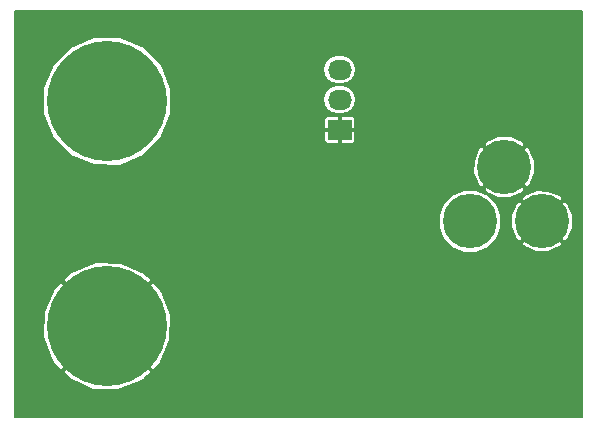
<source format=gbl>
G04 #@! TF.FileFunction,Copper,L2,Bot,Signal*
%FSLAX46Y46*%
G04 Gerber Fmt 4.6, Leading zero omitted, Abs format (unit mm)*
G04 Created by KiCad (PCBNEW (after 2015-mar-04 BZR unknown)-product) date 2/8/2016 12:34:12 PM*
%MOMM*%
G01*
G04 APERTURE LIST*
%ADD10C,0.150000*%
%ADD11C,4.600000*%
%ADD12C,10.160000*%
%ADD13R,2.032000X1.727200*%
%ADD14O,2.032000X1.727200*%
%ADD15C,0.889000*%
%ADD16C,0.203200*%
G04 APERTURE END LIST*
D10*
D11*
X45085000Y-24765000D03*
X38985000Y-24765000D03*
X41885000Y-20165000D03*
D12*
X8255000Y-14605000D03*
X8255000Y-33655000D03*
D13*
X27940000Y-17018000D03*
D14*
X27940000Y-14478000D03*
X27940000Y-11938000D03*
D15*
X32004000Y-27940000D03*
X34798000Y-29972000D03*
X25400000Y-12954000D03*
X12192000Y-25654000D03*
X6350000Y-24892000D03*
X30734000Y-28956000D03*
X18034000Y-28956000D03*
D16*
G36*
X48504700Y-41300400D02*
X47692757Y-41300400D01*
X47692757Y-24261964D01*
X47301750Y-23302310D01*
X47284663Y-23276738D01*
X46970853Y-23004871D01*
X46845129Y-23130595D01*
X46845129Y-22879147D01*
X46573262Y-22565337D01*
X45618201Y-22163243D01*
X44581964Y-22157243D01*
X44492757Y-22193590D01*
X44492757Y-19661964D01*
X44101750Y-18702310D01*
X44084663Y-18676738D01*
X43770853Y-18404871D01*
X43645129Y-18530595D01*
X43645129Y-18279147D01*
X43373262Y-17965337D01*
X42418201Y-17563243D01*
X41381964Y-17557243D01*
X40422310Y-17948250D01*
X40396738Y-17965337D01*
X40124871Y-18279147D01*
X41885000Y-20039276D01*
X43645129Y-18279147D01*
X43645129Y-18530595D01*
X42010724Y-20165000D01*
X43770853Y-21925129D01*
X44084663Y-21653262D01*
X44486757Y-20698201D01*
X44492757Y-19661964D01*
X44492757Y-22193590D01*
X43645129Y-22538952D01*
X43645129Y-22050853D01*
X41885000Y-20290724D01*
X41759276Y-20416448D01*
X41759276Y-20165000D01*
X39999147Y-18404871D01*
X39685337Y-18676738D01*
X39283243Y-19631799D01*
X39277243Y-20668036D01*
X39668250Y-21627690D01*
X39685337Y-21653262D01*
X39999147Y-21925129D01*
X41759276Y-20165000D01*
X41759276Y-20416448D01*
X40124871Y-22050853D01*
X40396738Y-22364663D01*
X41351799Y-22766757D01*
X42388036Y-22772757D01*
X43347690Y-22381750D01*
X43373262Y-22364663D01*
X43645129Y-22050853D01*
X43645129Y-22538952D01*
X43622310Y-22548250D01*
X43596738Y-22565337D01*
X43324871Y-22879147D01*
X45085000Y-24639276D01*
X46845129Y-22879147D01*
X46845129Y-23130595D01*
X45210724Y-24765000D01*
X46970853Y-26525129D01*
X47284663Y-26253262D01*
X47686757Y-25298201D01*
X47692757Y-24261964D01*
X47692757Y-41300400D01*
X46845129Y-41300400D01*
X46845129Y-26650853D01*
X45085000Y-24890724D01*
X44959276Y-25016448D01*
X44959276Y-24765000D01*
X43199147Y-23004871D01*
X42885337Y-23276738D01*
X42483243Y-24231799D01*
X42477243Y-25268036D01*
X42868250Y-26227690D01*
X42885337Y-26253262D01*
X43199147Y-26525129D01*
X44959276Y-24765000D01*
X44959276Y-25016448D01*
X43324871Y-26650853D01*
X43596738Y-26964663D01*
X44551799Y-27366757D01*
X45588036Y-27372757D01*
X46547690Y-26981750D01*
X46573262Y-26964663D01*
X46845129Y-26650853D01*
X46845129Y-41300400D01*
X41641060Y-41300400D01*
X41641060Y-24239086D01*
X41237621Y-23262689D01*
X40491240Y-22515005D01*
X39515549Y-22109862D01*
X38459086Y-22108940D01*
X37482689Y-22512379D01*
X36735005Y-23258760D01*
X36329862Y-24234451D01*
X36328940Y-25290914D01*
X36732379Y-26267311D01*
X37478760Y-27014995D01*
X38454451Y-27420138D01*
X39510914Y-27421060D01*
X40487311Y-27017621D01*
X41234995Y-26271240D01*
X41640138Y-25295549D01*
X41641060Y-24239086D01*
X41641060Y-41300400D01*
X29338471Y-41300400D01*
X29338471Y-14478000D01*
X29338471Y-11938000D01*
X29245665Y-11471432D01*
X28981376Y-11075895D01*
X28585839Y-10811606D01*
X28119271Y-10718800D01*
X27760729Y-10718800D01*
X27294161Y-10811606D01*
X26898624Y-11075895D01*
X26634335Y-11471432D01*
X26541529Y-11938000D01*
X26634335Y-12404568D01*
X26898624Y-12800105D01*
X27294161Y-13064394D01*
X27760729Y-13157200D01*
X28119271Y-13157200D01*
X28585839Y-13064394D01*
X28981376Y-12800105D01*
X29245665Y-12404568D01*
X29338471Y-11938000D01*
X29338471Y-14478000D01*
X29245665Y-14011432D01*
X28981376Y-13615895D01*
X28585839Y-13351606D01*
X28119271Y-13258800D01*
X27760729Y-13258800D01*
X27294161Y-13351606D01*
X26898624Y-13615895D01*
X26634335Y-14011432D01*
X26541529Y-14478000D01*
X26634335Y-14944568D01*
X26898624Y-15340105D01*
X27294161Y-15604394D01*
X27760729Y-15697200D01*
X28119271Y-15697200D01*
X28585839Y-15604394D01*
X28981376Y-15340105D01*
X29245665Y-14944568D01*
X29338471Y-14478000D01*
X29338471Y-41300400D01*
X29260800Y-41300400D01*
X29260800Y-17942229D01*
X29260800Y-17820972D01*
X29260800Y-17183100D01*
X29260800Y-16852900D01*
X29260800Y-16215028D01*
X29260800Y-16093771D01*
X29214397Y-15981744D01*
X29128655Y-15896003D01*
X29016628Y-15849600D01*
X28105100Y-15849600D01*
X28028900Y-15925800D01*
X28028900Y-16929100D01*
X29184600Y-16929100D01*
X29260800Y-16852900D01*
X29260800Y-17183100D01*
X29184600Y-17106900D01*
X28028900Y-17106900D01*
X28028900Y-18110200D01*
X28105100Y-18186400D01*
X29016628Y-18186400D01*
X29128655Y-18139997D01*
X29214397Y-18054256D01*
X29260800Y-17942229D01*
X29260800Y-41300400D01*
X27851100Y-41300400D01*
X27851100Y-18110200D01*
X27851100Y-17106900D01*
X27851100Y-16929100D01*
X27851100Y-15925800D01*
X27774900Y-15849600D01*
X26863372Y-15849600D01*
X26751345Y-15896003D01*
X26665603Y-15981744D01*
X26619200Y-16093771D01*
X26619200Y-16215028D01*
X26619200Y-16852900D01*
X26695400Y-16929100D01*
X27851100Y-16929100D01*
X27851100Y-17106900D01*
X26695400Y-17106900D01*
X26619200Y-17183100D01*
X26619200Y-17820972D01*
X26619200Y-17942229D01*
X26665603Y-18054256D01*
X26751345Y-18139997D01*
X26863372Y-18186400D01*
X27774900Y-18186400D01*
X27851100Y-18110200D01*
X27851100Y-41300400D01*
X13691542Y-41300400D01*
X13691542Y-13528536D01*
X12865765Y-11530002D01*
X11338040Y-9999609D01*
X9340951Y-9170345D01*
X7178536Y-9168458D01*
X5180002Y-9994235D01*
X3649609Y-11521960D01*
X2820345Y-13519049D01*
X2818458Y-15681464D01*
X3644235Y-17679998D01*
X5171960Y-19210391D01*
X7169049Y-20039655D01*
X9331464Y-20041542D01*
X11329998Y-19215765D01*
X12860391Y-17688040D01*
X13689655Y-15690951D01*
X13691542Y-13528536D01*
X13691542Y-41300400D01*
X13663081Y-41300400D01*
X13663081Y-32708436D01*
X12889181Y-30710906D01*
X12748413Y-30500231D01*
X12145688Y-29890035D01*
X12019965Y-30015758D01*
X12019965Y-29764312D01*
X11409769Y-29161587D01*
X9450072Y-28296350D01*
X7308436Y-28246919D01*
X5310906Y-29020819D01*
X5100231Y-29161587D01*
X4490035Y-29764312D01*
X8255000Y-33529276D01*
X12019965Y-29764312D01*
X12019965Y-30015758D01*
X8380724Y-33655000D01*
X12145688Y-37419965D01*
X12748413Y-36809769D01*
X13613650Y-34850072D01*
X13663081Y-32708436D01*
X13663081Y-41300400D01*
X12019965Y-41300400D01*
X12019965Y-37545688D01*
X8255000Y-33780724D01*
X8129276Y-33906447D01*
X8129276Y-33655000D01*
X4364312Y-29890035D01*
X3761587Y-30500231D01*
X2896350Y-32459928D01*
X2846919Y-34601564D01*
X3620819Y-36599094D01*
X3761587Y-36809769D01*
X4364312Y-37419965D01*
X8129276Y-33655000D01*
X8129276Y-33906447D01*
X4490035Y-37545688D01*
X5100231Y-38148413D01*
X7059928Y-39013650D01*
X9201564Y-39063081D01*
X11199094Y-38289181D01*
X11409769Y-38148413D01*
X12019965Y-37545688D01*
X12019965Y-41300400D01*
X495300Y-41300400D01*
X495300Y-6959600D01*
X48504700Y-6959600D01*
X48504700Y-41300400D01*
X48504700Y-41300400D01*
G37*
X48504700Y-41300400D02*
X47692757Y-41300400D01*
X47692757Y-24261964D01*
X47301750Y-23302310D01*
X47284663Y-23276738D01*
X46970853Y-23004871D01*
X46845129Y-23130595D01*
X46845129Y-22879147D01*
X46573262Y-22565337D01*
X45618201Y-22163243D01*
X44581964Y-22157243D01*
X44492757Y-22193590D01*
X44492757Y-19661964D01*
X44101750Y-18702310D01*
X44084663Y-18676738D01*
X43770853Y-18404871D01*
X43645129Y-18530595D01*
X43645129Y-18279147D01*
X43373262Y-17965337D01*
X42418201Y-17563243D01*
X41381964Y-17557243D01*
X40422310Y-17948250D01*
X40396738Y-17965337D01*
X40124871Y-18279147D01*
X41885000Y-20039276D01*
X43645129Y-18279147D01*
X43645129Y-18530595D01*
X42010724Y-20165000D01*
X43770853Y-21925129D01*
X44084663Y-21653262D01*
X44486757Y-20698201D01*
X44492757Y-19661964D01*
X44492757Y-22193590D01*
X43645129Y-22538952D01*
X43645129Y-22050853D01*
X41885000Y-20290724D01*
X41759276Y-20416448D01*
X41759276Y-20165000D01*
X39999147Y-18404871D01*
X39685337Y-18676738D01*
X39283243Y-19631799D01*
X39277243Y-20668036D01*
X39668250Y-21627690D01*
X39685337Y-21653262D01*
X39999147Y-21925129D01*
X41759276Y-20165000D01*
X41759276Y-20416448D01*
X40124871Y-22050853D01*
X40396738Y-22364663D01*
X41351799Y-22766757D01*
X42388036Y-22772757D01*
X43347690Y-22381750D01*
X43373262Y-22364663D01*
X43645129Y-22050853D01*
X43645129Y-22538952D01*
X43622310Y-22548250D01*
X43596738Y-22565337D01*
X43324871Y-22879147D01*
X45085000Y-24639276D01*
X46845129Y-22879147D01*
X46845129Y-23130595D01*
X45210724Y-24765000D01*
X46970853Y-26525129D01*
X47284663Y-26253262D01*
X47686757Y-25298201D01*
X47692757Y-24261964D01*
X47692757Y-41300400D01*
X46845129Y-41300400D01*
X46845129Y-26650853D01*
X45085000Y-24890724D01*
X44959276Y-25016448D01*
X44959276Y-24765000D01*
X43199147Y-23004871D01*
X42885337Y-23276738D01*
X42483243Y-24231799D01*
X42477243Y-25268036D01*
X42868250Y-26227690D01*
X42885337Y-26253262D01*
X43199147Y-26525129D01*
X44959276Y-24765000D01*
X44959276Y-25016448D01*
X43324871Y-26650853D01*
X43596738Y-26964663D01*
X44551799Y-27366757D01*
X45588036Y-27372757D01*
X46547690Y-26981750D01*
X46573262Y-26964663D01*
X46845129Y-26650853D01*
X46845129Y-41300400D01*
X41641060Y-41300400D01*
X41641060Y-24239086D01*
X41237621Y-23262689D01*
X40491240Y-22515005D01*
X39515549Y-22109862D01*
X38459086Y-22108940D01*
X37482689Y-22512379D01*
X36735005Y-23258760D01*
X36329862Y-24234451D01*
X36328940Y-25290914D01*
X36732379Y-26267311D01*
X37478760Y-27014995D01*
X38454451Y-27420138D01*
X39510914Y-27421060D01*
X40487311Y-27017621D01*
X41234995Y-26271240D01*
X41640138Y-25295549D01*
X41641060Y-24239086D01*
X41641060Y-41300400D01*
X29338471Y-41300400D01*
X29338471Y-14478000D01*
X29338471Y-11938000D01*
X29245665Y-11471432D01*
X28981376Y-11075895D01*
X28585839Y-10811606D01*
X28119271Y-10718800D01*
X27760729Y-10718800D01*
X27294161Y-10811606D01*
X26898624Y-11075895D01*
X26634335Y-11471432D01*
X26541529Y-11938000D01*
X26634335Y-12404568D01*
X26898624Y-12800105D01*
X27294161Y-13064394D01*
X27760729Y-13157200D01*
X28119271Y-13157200D01*
X28585839Y-13064394D01*
X28981376Y-12800105D01*
X29245665Y-12404568D01*
X29338471Y-11938000D01*
X29338471Y-14478000D01*
X29245665Y-14011432D01*
X28981376Y-13615895D01*
X28585839Y-13351606D01*
X28119271Y-13258800D01*
X27760729Y-13258800D01*
X27294161Y-13351606D01*
X26898624Y-13615895D01*
X26634335Y-14011432D01*
X26541529Y-14478000D01*
X26634335Y-14944568D01*
X26898624Y-15340105D01*
X27294161Y-15604394D01*
X27760729Y-15697200D01*
X28119271Y-15697200D01*
X28585839Y-15604394D01*
X28981376Y-15340105D01*
X29245665Y-14944568D01*
X29338471Y-14478000D01*
X29338471Y-41300400D01*
X29260800Y-41300400D01*
X29260800Y-17942229D01*
X29260800Y-17820972D01*
X29260800Y-17183100D01*
X29260800Y-16852900D01*
X29260800Y-16215028D01*
X29260800Y-16093771D01*
X29214397Y-15981744D01*
X29128655Y-15896003D01*
X29016628Y-15849600D01*
X28105100Y-15849600D01*
X28028900Y-15925800D01*
X28028900Y-16929100D01*
X29184600Y-16929100D01*
X29260800Y-16852900D01*
X29260800Y-17183100D01*
X29184600Y-17106900D01*
X28028900Y-17106900D01*
X28028900Y-18110200D01*
X28105100Y-18186400D01*
X29016628Y-18186400D01*
X29128655Y-18139997D01*
X29214397Y-18054256D01*
X29260800Y-17942229D01*
X29260800Y-41300400D01*
X27851100Y-41300400D01*
X27851100Y-18110200D01*
X27851100Y-17106900D01*
X27851100Y-16929100D01*
X27851100Y-15925800D01*
X27774900Y-15849600D01*
X26863372Y-15849600D01*
X26751345Y-15896003D01*
X26665603Y-15981744D01*
X26619200Y-16093771D01*
X26619200Y-16215028D01*
X26619200Y-16852900D01*
X26695400Y-16929100D01*
X27851100Y-16929100D01*
X27851100Y-17106900D01*
X26695400Y-17106900D01*
X26619200Y-17183100D01*
X26619200Y-17820972D01*
X26619200Y-17942229D01*
X26665603Y-18054256D01*
X26751345Y-18139997D01*
X26863372Y-18186400D01*
X27774900Y-18186400D01*
X27851100Y-18110200D01*
X27851100Y-41300400D01*
X13691542Y-41300400D01*
X13691542Y-13528536D01*
X12865765Y-11530002D01*
X11338040Y-9999609D01*
X9340951Y-9170345D01*
X7178536Y-9168458D01*
X5180002Y-9994235D01*
X3649609Y-11521960D01*
X2820345Y-13519049D01*
X2818458Y-15681464D01*
X3644235Y-17679998D01*
X5171960Y-19210391D01*
X7169049Y-20039655D01*
X9331464Y-20041542D01*
X11329998Y-19215765D01*
X12860391Y-17688040D01*
X13689655Y-15690951D01*
X13691542Y-13528536D01*
X13691542Y-41300400D01*
X13663081Y-41300400D01*
X13663081Y-32708436D01*
X12889181Y-30710906D01*
X12748413Y-30500231D01*
X12145688Y-29890035D01*
X12019965Y-30015758D01*
X12019965Y-29764312D01*
X11409769Y-29161587D01*
X9450072Y-28296350D01*
X7308436Y-28246919D01*
X5310906Y-29020819D01*
X5100231Y-29161587D01*
X4490035Y-29764312D01*
X8255000Y-33529276D01*
X12019965Y-29764312D01*
X12019965Y-30015758D01*
X8380724Y-33655000D01*
X12145688Y-37419965D01*
X12748413Y-36809769D01*
X13613650Y-34850072D01*
X13663081Y-32708436D01*
X13663081Y-41300400D01*
X12019965Y-41300400D01*
X12019965Y-37545688D01*
X8255000Y-33780724D01*
X8129276Y-33906447D01*
X8129276Y-33655000D01*
X4364312Y-29890035D01*
X3761587Y-30500231D01*
X2896350Y-32459928D01*
X2846919Y-34601564D01*
X3620819Y-36599094D01*
X3761587Y-36809769D01*
X4364312Y-37419965D01*
X8129276Y-33655000D01*
X8129276Y-33906447D01*
X4490035Y-37545688D01*
X5100231Y-38148413D01*
X7059928Y-39013650D01*
X9201564Y-39063081D01*
X11199094Y-38289181D01*
X11409769Y-38148413D01*
X12019965Y-37545688D01*
X12019965Y-41300400D01*
X495300Y-41300400D01*
X495300Y-6959600D01*
X48504700Y-6959600D01*
X48504700Y-41300400D01*
M02*

</source>
